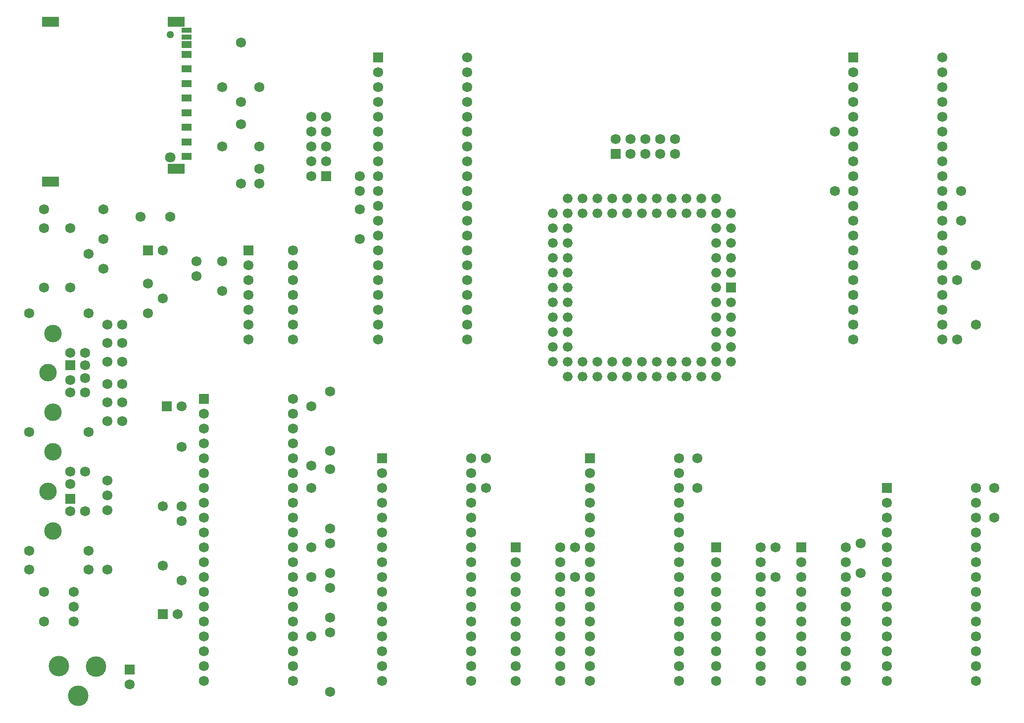
<source format=gts>
%FSLAX24Y24*%
%MOIN*%
G70*
G01*
G75*
G04 Layer_Color=8388736*
%ADD10R,0.0591X0.0276*%
%ADD11R,0.1102X0.0591*%
%ADD12R,0.0591X0.0394*%
%ADD13C,0.0100*%
%ADD14C,0.0433*%
%ADD15C,0.0630*%
%ADD16R,0.0580X0.0580*%
%ADD17C,0.0580*%
%ADD18C,0.0600*%
%ADD19R,0.0600X0.0600*%
%ADD20C,0.1102*%
%ADD21C,0.1299*%
%ADD22R,0.0600X0.0600*%
%ADD23C,0.0315*%
%ADD24C,0.1120*%
%ADD25R,0.0669X0.0354*%
%ADD26R,0.1181X0.0669*%
%ADD27R,0.0669X0.0472*%
%ADD28C,0.0512*%
%ADD29C,0.0709*%
%ADD30R,0.0659X0.0659*%
%ADD31C,0.0659*%
%ADD32C,0.0679*%
%ADD33R,0.0679X0.0679*%
%ADD34C,0.1181*%
%ADD35C,0.1378*%
%ADD36R,0.0679X0.0679*%
D25*
X11337Y45573D02*
D03*
Y45100D02*
D03*
D26*
X10628Y46124D02*
D03*
X2163D02*
D03*
Y35376D02*
D03*
X10628Y36242D02*
D03*
D27*
X11337Y37059D02*
D03*
Y38043D02*
D03*
Y39028D02*
D03*
Y40012D02*
D03*
Y40996D02*
D03*
Y41980D02*
D03*
Y42965D02*
D03*
Y43949D02*
D03*
Y44589D02*
D03*
D28*
X10234Y45278D02*
D03*
D29*
Y37010D02*
D03*
D30*
X48000Y28250D02*
D03*
D31*
X47000D02*
D03*
X48000Y29250D02*
D03*
X47000D02*
D03*
X48000Y30250D02*
D03*
X47000D02*
D03*
X48000Y31250D02*
D03*
X47000D02*
D03*
X48000Y32250D02*
D03*
X47000D02*
D03*
X48000Y33250D02*
D03*
X47000Y34250D02*
D03*
Y33250D02*
D03*
X46000Y34250D02*
D03*
Y33250D02*
D03*
X45000Y34250D02*
D03*
Y33250D02*
D03*
X44000Y34250D02*
D03*
Y33250D02*
D03*
X43000Y34250D02*
D03*
Y33250D02*
D03*
X42000Y34250D02*
D03*
Y33250D02*
D03*
X41000Y34250D02*
D03*
Y33250D02*
D03*
X40000Y34250D02*
D03*
Y33250D02*
D03*
X39000Y34250D02*
D03*
Y33250D02*
D03*
X38000Y34250D02*
D03*
Y33250D02*
D03*
X37000Y34250D02*
D03*
X36000Y33250D02*
D03*
X37000D02*
D03*
X36000Y32250D02*
D03*
X37000D02*
D03*
X36000Y31250D02*
D03*
X37000D02*
D03*
X36000Y30250D02*
D03*
X37000D02*
D03*
X36000Y29250D02*
D03*
X37000D02*
D03*
X36000Y28250D02*
D03*
X37000D02*
D03*
X36000Y27250D02*
D03*
X37000D02*
D03*
X36000Y26250D02*
D03*
X37000D02*
D03*
X36000Y25250D02*
D03*
X37000D02*
D03*
X36000Y24250D02*
D03*
X37000D02*
D03*
X36000Y23250D02*
D03*
X37000Y22250D02*
D03*
Y23250D02*
D03*
X38000Y22250D02*
D03*
Y23250D02*
D03*
X39000Y22250D02*
D03*
Y23250D02*
D03*
X40000Y22250D02*
D03*
Y23250D02*
D03*
X41000Y22250D02*
D03*
Y23250D02*
D03*
X42000Y22250D02*
D03*
Y23250D02*
D03*
X43000Y22250D02*
D03*
Y23250D02*
D03*
X44000Y22250D02*
D03*
Y23250D02*
D03*
X45000Y22250D02*
D03*
Y23250D02*
D03*
X46000Y22250D02*
D03*
Y23250D02*
D03*
X47000Y22250D02*
D03*
X48000Y23250D02*
D03*
X47000D02*
D03*
X48000Y24250D02*
D03*
X47000D02*
D03*
X48000Y25250D02*
D03*
X47000D02*
D03*
X48000Y26250D02*
D03*
X47000D02*
D03*
X48000Y27250D02*
D03*
X47000D02*
D03*
D32*
X7500Y1500D02*
D03*
X3510Y21990D02*
D03*
Y23840D02*
D03*
X4500Y23000D02*
D03*
X3510Y21160D02*
D03*
X4490Y23840D02*
D03*
X4500Y22150D02*
D03*
X4490Y21160D02*
D03*
X3510Y15010D02*
D03*
Y13180D02*
D03*
Y15820D02*
D03*
X4490Y13180D02*
D03*
Y15820D02*
D03*
X3750Y5750D02*
D03*
Y6750D02*
D03*
Y7750D02*
D03*
X1750D02*
D03*
Y5750D02*
D03*
X6000Y13250D02*
D03*
Y9250D02*
D03*
Y14250D02*
D03*
Y15250D02*
D03*
X10250Y33000D02*
D03*
X8250D02*
D03*
X9750Y30750D02*
D03*
X1750Y32250D02*
D03*
Y28250D02*
D03*
X3500D02*
D03*
Y32250D02*
D03*
X5750Y33500D02*
D03*
X1750D02*
D03*
X6000Y20500D02*
D03*
X7000D02*
D03*
X6000Y23250D02*
D03*
X7000D02*
D03*
X8750Y28500D02*
D03*
X9750Y27500D02*
D03*
X8750Y26500D02*
D03*
X6000Y25750D02*
D03*
X7000D02*
D03*
X6000Y19250D02*
D03*
X7000D02*
D03*
X6000Y21750D02*
D03*
X7000D02*
D03*
X6000Y24500D02*
D03*
X7000D02*
D03*
X750Y18500D02*
D03*
X4750D02*
D03*
X750Y26500D02*
D03*
X4750D02*
D03*
Y10500D02*
D03*
X750D02*
D03*
Y9250D02*
D03*
X4750D02*
D03*
X5750Y29500D02*
D03*
X4750Y30500D02*
D03*
X5750Y31500D02*
D03*
X15500Y25750D02*
D03*
Y24750D02*
D03*
Y28750D02*
D03*
Y27750D02*
D03*
X18500Y25750D02*
D03*
Y24750D02*
D03*
Y28750D02*
D03*
Y27750D02*
D03*
Y30750D02*
D03*
X15500Y26750D02*
D03*
Y29750D02*
D03*
X18500Y26750D02*
D03*
Y29750D02*
D03*
X55750Y1750D02*
D03*
Y2750D02*
D03*
Y3750D02*
D03*
Y4750D02*
D03*
Y5750D02*
D03*
Y6750D02*
D03*
Y7750D02*
D03*
Y8750D02*
D03*
Y9750D02*
D03*
Y10750D02*
D03*
X52750Y1750D02*
D03*
Y2750D02*
D03*
Y3750D02*
D03*
Y4750D02*
D03*
Y5750D02*
D03*
Y6750D02*
D03*
Y7750D02*
D03*
Y8750D02*
D03*
Y9750D02*
D03*
X18500Y1750D02*
D03*
Y2750D02*
D03*
Y3750D02*
D03*
Y4750D02*
D03*
Y5750D02*
D03*
Y6750D02*
D03*
Y7750D02*
D03*
Y8750D02*
D03*
Y9750D02*
D03*
Y10750D02*
D03*
Y11750D02*
D03*
Y12750D02*
D03*
Y13750D02*
D03*
Y14750D02*
D03*
Y15750D02*
D03*
Y16750D02*
D03*
Y17750D02*
D03*
Y18750D02*
D03*
Y19750D02*
D03*
Y20750D02*
D03*
X12500Y1750D02*
D03*
Y2750D02*
D03*
Y3750D02*
D03*
Y4750D02*
D03*
Y5750D02*
D03*
Y6750D02*
D03*
Y7750D02*
D03*
Y8750D02*
D03*
Y9750D02*
D03*
Y10750D02*
D03*
Y11750D02*
D03*
Y12750D02*
D03*
Y13750D02*
D03*
Y14750D02*
D03*
Y15750D02*
D03*
Y16750D02*
D03*
Y17750D02*
D03*
Y18750D02*
D03*
Y19750D02*
D03*
X30500Y1750D02*
D03*
Y2750D02*
D03*
Y3750D02*
D03*
Y4750D02*
D03*
Y5750D02*
D03*
Y6750D02*
D03*
Y7750D02*
D03*
Y8750D02*
D03*
Y9750D02*
D03*
Y10750D02*
D03*
Y11750D02*
D03*
Y12750D02*
D03*
Y13750D02*
D03*
Y14750D02*
D03*
Y15750D02*
D03*
Y16750D02*
D03*
X24500Y1750D02*
D03*
Y2750D02*
D03*
Y3750D02*
D03*
Y4750D02*
D03*
Y5750D02*
D03*
Y6750D02*
D03*
Y7750D02*
D03*
Y8750D02*
D03*
Y9750D02*
D03*
Y10750D02*
D03*
Y11750D02*
D03*
Y12750D02*
D03*
Y13750D02*
D03*
Y14750D02*
D03*
Y15750D02*
D03*
X30250Y24750D02*
D03*
Y25750D02*
D03*
Y26750D02*
D03*
Y27750D02*
D03*
Y28750D02*
D03*
Y29750D02*
D03*
Y30750D02*
D03*
Y31750D02*
D03*
Y32750D02*
D03*
Y33750D02*
D03*
Y34750D02*
D03*
Y35750D02*
D03*
Y36750D02*
D03*
Y37750D02*
D03*
Y38750D02*
D03*
Y39750D02*
D03*
Y40750D02*
D03*
Y41750D02*
D03*
Y42750D02*
D03*
Y43750D02*
D03*
X24250Y24750D02*
D03*
Y25750D02*
D03*
Y26750D02*
D03*
Y27750D02*
D03*
Y28750D02*
D03*
Y29750D02*
D03*
Y30750D02*
D03*
Y31750D02*
D03*
Y32750D02*
D03*
Y33750D02*
D03*
Y34750D02*
D03*
Y35750D02*
D03*
Y36750D02*
D03*
Y37750D02*
D03*
Y38750D02*
D03*
Y39750D02*
D03*
Y40750D02*
D03*
Y41750D02*
D03*
Y42750D02*
D03*
X58500Y13750D02*
D03*
Y12750D02*
D03*
Y11750D02*
D03*
Y10750D02*
D03*
Y9750D02*
D03*
Y8750D02*
D03*
Y7750D02*
D03*
Y6750D02*
D03*
Y5750D02*
D03*
Y4750D02*
D03*
Y3750D02*
D03*
Y2750D02*
D03*
Y1750D02*
D03*
X64500Y14750D02*
D03*
Y13750D02*
D03*
Y12750D02*
D03*
Y11750D02*
D03*
Y10750D02*
D03*
Y9750D02*
D03*
Y8750D02*
D03*
Y7750D02*
D03*
Y6750D02*
D03*
Y5750D02*
D03*
Y4750D02*
D03*
Y3750D02*
D03*
Y2750D02*
D03*
Y1750D02*
D03*
X36500D02*
D03*
Y2750D02*
D03*
Y3750D02*
D03*
Y4750D02*
D03*
Y5750D02*
D03*
Y6750D02*
D03*
Y7750D02*
D03*
Y8750D02*
D03*
Y9750D02*
D03*
Y10750D02*
D03*
X33500Y1750D02*
D03*
Y2750D02*
D03*
Y3750D02*
D03*
Y4750D02*
D03*
Y5750D02*
D03*
Y6750D02*
D03*
Y7750D02*
D03*
Y8750D02*
D03*
Y9750D02*
D03*
X50000Y1750D02*
D03*
Y2750D02*
D03*
Y3750D02*
D03*
Y4750D02*
D03*
Y5750D02*
D03*
Y6750D02*
D03*
Y7750D02*
D03*
Y8750D02*
D03*
Y9750D02*
D03*
Y10750D02*
D03*
X47000Y1750D02*
D03*
Y2750D02*
D03*
Y3750D02*
D03*
Y4750D02*
D03*
Y5750D02*
D03*
Y6750D02*
D03*
Y7750D02*
D03*
Y8750D02*
D03*
Y9750D02*
D03*
X44500Y1750D02*
D03*
Y2750D02*
D03*
Y3750D02*
D03*
Y4750D02*
D03*
Y5750D02*
D03*
Y6750D02*
D03*
Y7750D02*
D03*
Y8750D02*
D03*
Y9750D02*
D03*
Y10750D02*
D03*
Y11750D02*
D03*
Y12750D02*
D03*
Y13750D02*
D03*
Y14750D02*
D03*
Y15750D02*
D03*
Y16750D02*
D03*
X38500Y1750D02*
D03*
Y2750D02*
D03*
Y3750D02*
D03*
Y4750D02*
D03*
Y5750D02*
D03*
Y6750D02*
D03*
Y7750D02*
D03*
Y8750D02*
D03*
Y9750D02*
D03*
Y10750D02*
D03*
Y11750D02*
D03*
Y12750D02*
D03*
Y13750D02*
D03*
Y14750D02*
D03*
Y15750D02*
D03*
X62250Y24750D02*
D03*
Y25750D02*
D03*
Y26750D02*
D03*
Y27750D02*
D03*
Y28750D02*
D03*
Y29750D02*
D03*
Y30750D02*
D03*
Y31750D02*
D03*
Y32750D02*
D03*
Y33750D02*
D03*
Y34750D02*
D03*
Y35750D02*
D03*
Y36750D02*
D03*
Y37750D02*
D03*
Y38750D02*
D03*
Y39750D02*
D03*
Y40750D02*
D03*
Y41750D02*
D03*
Y42750D02*
D03*
Y43750D02*
D03*
X56250Y24750D02*
D03*
Y25750D02*
D03*
Y26750D02*
D03*
Y27750D02*
D03*
Y28750D02*
D03*
Y29750D02*
D03*
Y30750D02*
D03*
Y31750D02*
D03*
Y32750D02*
D03*
Y33750D02*
D03*
Y34750D02*
D03*
Y35750D02*
D03*
Y36750D02*
D03*
Y37750D02*
D03*
Y38750D02*
D03*
Y39750D02*
D03*
Y40750D02*
D03*
Y41750D02*
D03*
Y42750D02*
D03*
X21000Y9000D02*
D03*
Y11000D02*
D03*
X11000Y20250D02*
D03*
X15000Y39250D02*
D03*
Y35250D02*
D03*
X10750Y6250D02*
D03*
X21000Y6000D02*
D03*
Y8000D02*
D03*
X65750Y12750D02*
D03*
Y14750D02*
D03*
X64500Y29750D02*
D03*
Y25750D02*
D03*
X56750Y9000D02*
D03*
Y11000D02*
D03*
X51000Y8750D02*
D03*
Y10750D02*
D03*
X55000Y38750D02*
D03*
Y34750D02*
D03*
X11000Y8500D02*
D03*
Y12500D02*
D03*
X9750Y9500D02*
D03*
Y13500D02*
D03*
X11000Y17500D02*
D03*
Y13500D02*
D03*
X19750Y20250D02*
D03*
Y16250D02*
D03*
Y4750D02*
D03*
Y8750D02*
D03*
Y14750D02*
D03*
Y10750D02*
D03*
X21000Y12000D02*
D03*
Y16000D02*
D03*
Y21250D02*
D03*
Y17250D02*
D03*
Y1000D02*
D03*
Y5000D02*
D03*
X45750Y16750D02*
D03*
Y14750D02*
D03*
X37500Y8750D02*
D03*
Y10750D02*
D03*
X31500Y14750D02*
D03*
Y16750D02*
D03*
X63500Y32750D02*
D03*
Y34750D02*
D03*
X23000Y31500D02*
D03*
Y33500D02*
D03*
X40250Y38250D02*
D03*
X41250Y37250D02*
D03*
Y38250D02*
D03*
X42250Y37250D02*
D03*
Y38250D02*
D03*
X43250Y37250D02*
D03*
Y38250D02*
D03*
X44250Y37250D02*
D03*
Y38250D02*
D03*
X13750Y30000D02*
D03*
Y28000D02*
D03*
X12000Y30000D02*
D03*
Y29000D02*
D03*
X15000Y40750D02*
D03*
Y44750D02*
D03*
X13750Y41750D02*
D03*
Y37750D02*
D03*
X16250D02*
D03*
Y41750D02*
D03*
Y36250D02*
D03*
Y35250D02*
D03*
X23000Y34750D02*
D03*
Y35750D02*
D03*
X63250Y24750D02*
D03*
Y28750D02*
D03*
X19750Y35750D02*
D03*
X20750Y36750D02*
D03*
X19750D02*
D03*
X20750Y37750D02*
D03*
X19750D02*
D03*
X20750Y38750D02*
D03*
X19750D02*
D03*
X20750Y39750D02*
D03*
X19750D02*
D03*
D33*
X7500Y2500D02*
D03*
X3510Y23010D02*
D03*
Y13990D02*
D03*
X12500Y20750D02*
D03*
X24500Y16750D02*
D03*
X38500D02*
D03*
X9750Y6250D02*
D03*
X20750Y35750D02*
D03*
D34*
X2330Y19850D02*
D03*
X2010Y22500D02*
D03*
X2330Y25150D02*
D03*
Y11840D02*
D03*
X2010Y14500D02*
D03*
X2330Y17160D02*
D03*
D35*
X2750Y2750D02*
D03*
X4050Y750D02*
D03*
X5250Y2700D02*
D03*
D36*
X8750Y30750D02*
D03*
X15500D02*
D03*
X52750Y10750D02*
D03*
X24250Y43750D02*
D03*
X58500Y14750D02*
D03*
X33500Y10750D02*
D03*
X47000D02*
D03*
X56250Y43750D02*
D03*
X10000Y20250D02*
D03*
X40250Y37250D02*
D03*
M02*

</source>
